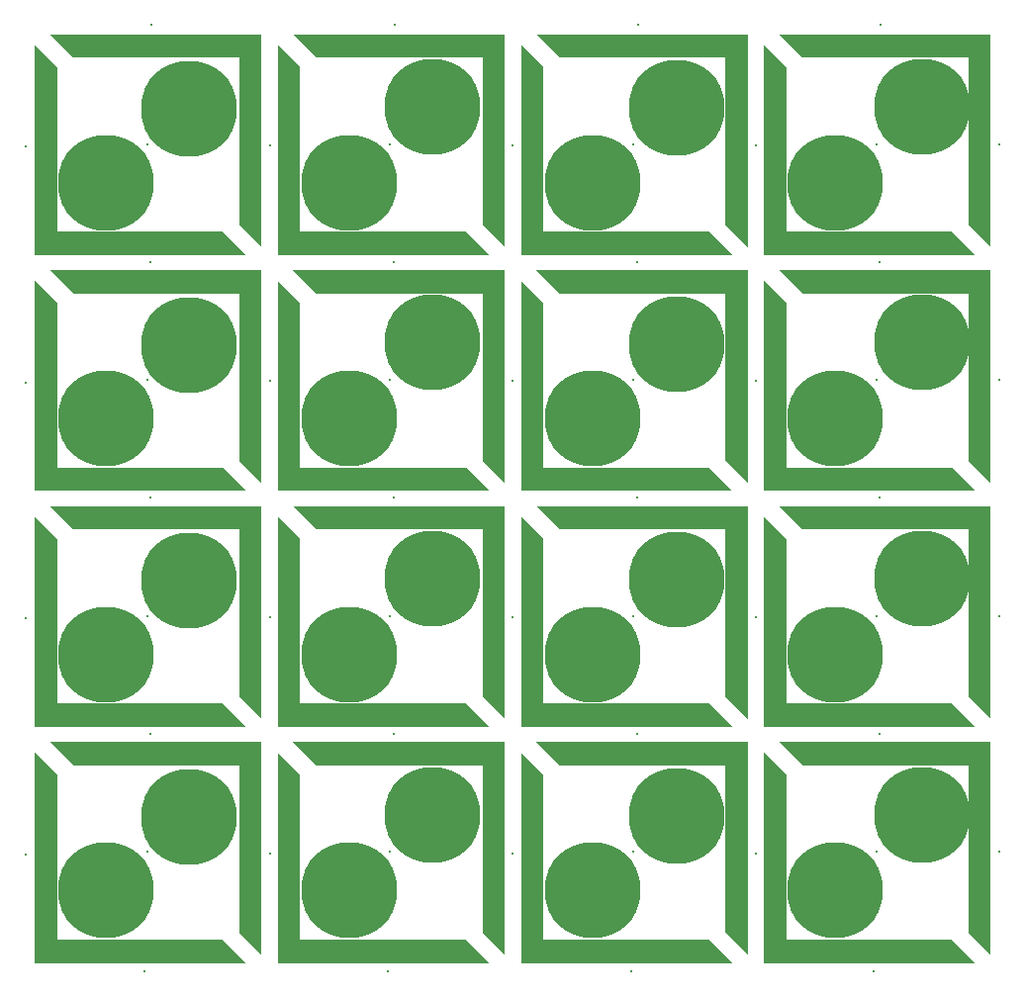
<source format=gts>
G04*
G04 #@! TF.GenerationSoftware,Altium Limited,Altium Designer,19.1.8 (144)*
G04*
G04 Layer_Color=8388736*
%FSLAX25Y25*%
%MOIN*%
G70*
G01*
G75*
%ADD10C,0.00800*%
%ADD11C,0.32296*%
G36*
X141339Y203543D02*
Y148031D01*
X197244Y148031D01*
X205118Y140157D01*
X133858Y140157D01*
X133858Y148031D01*
X133858D01*
Y211024D01*
X141339Y203543D01*
D02*
G37*
G36*
X210236Y206693D02*
X210236D01*
Y142913D01*
X202756Y150394D01*
X202756Y206693D01*
X146850Y206693D01*
X138976Y214567D01*
X210236Y214567D01*
X210236Y206693D01*
D02*
G37*
G36*
X141339Y283071D02*
Y227559D01*
X197244Y227559D01*
X205118Y219685D01*
X133858Y219685D01*
X133858Y227559D01*
X133858D01*
Y290551D01*
X141339Y283071D01*
D02*
G37*
G36*
X210236Y286221D02*
X210236D01*
Y222441D01*
X202756Y229921D01*
X202756Y286221D01*
X146850Y286221D01*
X138976Y294094D01*
X210236Y294094D01*
X210236Y286221D01*
D02*
G37*
G36*
X223228Y203543D02*
Y148031D01*
X279134Y148031D01*
X287008Y140157D01*
X215748Y140157D01*
X215748Y148031D01*
X215748D01*
Y211024D01*
X223228Y203543D01*
D02*
G37*
G36*
X292126Y206693D02*
X292126D01*
Y142913D01*
X284646Y150394D01*
X284646Y206693D01*
X228740Y206693D01*
X220866Y214567D01*
X292126Y214567D01*
X292126Y206693D01*
D02*
G37*
G36*
X223228Y283071D02*
Y227559D01*
X279134Y227559D01*
X287008Y219685D01*
X215748Y219685D01*
X215748Y227559D01*
X215748D01*
Y290551D01*
X223228Y283071D01*
D02*
G37*
G36*
X292126Y286221D02*
X292126D01*
Y222441D01*
X284646Y229921D01*
X284646Y286221D01*
X228740Y286221D01*
X220866Y294094D01*
X292126Y294094D01*
X292126Y286221D01*
D02*
G37*
G36*
X141339Y362598D02*
Y307087D01*
X197244Y307087D01*
X205118Y299213D01*
X133858Y299213D01*
X133858Y307087D01*
X133858D01*
Y370079D01*
X141339Y362598D01*
D02*
G37*
G36*
X210236Y365748D02*
X210236D01*
Y301969D01*
X202756Y309449D01*
X202756Y365748D01*
X146850Y365748D01*
X138976Y373622D01*
X210236Y373622D01*
X210236Y365748D01*
D02*
G37*
G36*
X141339Y442126D02*
Y386614D01*
X197244Y386614D01*
X205118Y378740D01*
X133858Y378740D01*
X133858Y386614D01*
X133858D01*
Y449606D01*
X141339Y442126D01*
D02*
G37*
G36*
X210236Y445276D02*
X210236D01*
Y381496D01*
X202756Y388976D01*
X202756Y445276D01*
X146850Y445276D01*
X138976Y453150D01*
X210236Y453150D01*
X210236Y445276D01*
D02*
G37*
G36*
X223228Y362598D02*
Y307087D01*
X279134Y307087D01*
X287008Y299213D01*
X215748Y299213D01*
X215748Y307087D01*
X215748D01*
Y370079D01*
X223228Y362598D01*
D02*
G37*
G36*
X292126Y365748D02*
X292126D01*
Y301969D01*
X284646Y309449D01*
X284646Y365748D01*
X228740Y365748D01*
X220866Y373622D01*
X292126Y373622D01*
X292126Y365748D01*
D02*
G37*
G36*
X223228Y442126D02*
Y386614D01*
X279134Y386614D01*
X287008Y378740D01*
X215748Y378740D01*
X215748Y386614D01*
X215748D01*
Y449606D01*
X223228Y442126D01*
D02*
G37*
G36*
X292126Y445276D02*
X292126D01*
Y381496D01*
X284646Y388976D01*
X284646Y445276D01*
X228740Y445276D01*
X220866Y453150D01*
X292126Y453150D01*
X292126Y445276D01*
D02*
G37*
G36*
X305118Y203543D02*
Y148031D01*
X361024Y148031D01*
X368898Y140157D01*
X297638Y140157D01*
X297638Y148031D01*
X297638D01*
Y211024D01*
X305118Y203543D01*
D02*
G37*
G36*
X374016Y206693D02*
X374016D01*
Y142913D01*
X366535Y150394D01*
X366535Y206693D01*
X310630Y206693D01*
X302756Y214567D01*
X374016Y214567D01*
X374016Y206693D01*
D02*
G37*
G36*
X305118Y283071D02*
Y227559D01*
X361024Y227559D01*
X368898Y219685D01*
X297638Y219685D01*
X297638Y227559D01*
X297638D01*
Y290551D01*
X305118Y283071D01*
D02*
G37*
G36*
X374016Y286221D02*
X374016D01*
Y222441D01*
X366535Y229921D01*
X366535Y286221D01*
X310630Y286221D01*
X302756Y294094D01*
X374016Y294094D01*
X374016Y286221D01*
D02*
G37*
G36*
X387008Y203543D02*
Y148031D01*
X442913Y148031D01*
X450787Y140157D01*
X379528Y140157D01*
X379528Y148031D01*
X379528D01*
Y211024D01*
X387008Y203543D01*
D02*
G37*
G36*
X455906Y206693D02*
X455905D01*
Y142913D01*
X448425Y150394D01*
X448425Y206693D01*
X392520Y206693D01*
X384646Y214567D01*
X455905Y214567D01*
X455906Y206693D01*
D02*
G37*
G36*
X387008Y283071D02*
Y227559D01*
X442913Y227559D01*
X450787Y219685D01*
X379528Y219685D01*
X379528Y227559D01*
X379528D01*
Y290551D01*
X387008Y283071D01*
D02*
G37*
G36*
X455906Y286221D02*
X455905D01*
Y222441D01*
X448425Y229921D01*
X448425Y286221D01*
X392520Y286221D01*
X384646Y294094D01*
X455905Y294094D01*
X455906Y286221D01*
D02*
G37*
G36*
X305118Y362598D02*
Y307087D01*
X361024Y307087D01*
X368898Y299213D01*
X297638Y299213D01*
X297638Y307087D01*
X297638D01*
Y370079D01*
X305118Y362598D01*
D02*
G37*
G36*
X374016Y365748D02*
X374016D01*
Y301969D01*
X366535Y309449D01*
X366535Y365748D01*
X310630Y365748D01*
X302756Y373622D01*
X374016Y373622D01*
X374016Y365748D01*
D02*
G37*
G36*
X305118Y442126D02*
Y386614D01*
X361024Y386614D01*
X368898Y378740D01*
X297638Y378740D01*
X297638Y386614D01*
X297638D01*
Y449606D01*
X305118Y442126D01*
D02*
G37*
G36*
X374016Y445276D02*
X374016D01*
Y381496D01*
X366535Y388976D01*
X366535Y445276D01*
X310630Y445276D01*
X302756Y453150D01*
X374016Y453150D01*
X374016Y445276D01*
D02*
G37*
G36*
X387008Y362598D02*
Y307087D01*
X442913Y307087D01*
X450787Y299213D01*
X379528Y299213D01*
X379528Y307087D01*
X379528D01*
Y370079D01*
X387008Y362598D01*
D02*
G37*
G36*
X455906Y365748D02*
X455905D01*
Y301969D01*
X448425Y309449D01*
X448425Y365748D01*
X392520Y365748D01*
X384646Y373622D01*
X455905Y373622D01*
X455906Y365748D01*
D02*
G37*
G36*
X387008Y442126D02*
Y386614D01*
X442913Y386614D01*
X450787Y378740D01*
X379528Y378740D01*
X379528Y386614D01*
X379528D01*
Y449606D01*
X387008Y442126D01*
D02*
G37*
G36*
X455906Y445276D02*
X455905D01*
Y381496D01*
X448425Y388976D01*
X448425Y445276D01*
X392520Y445276D01*
X384646Y453150D01*
X455905Y453150D01*
X455906Y445276D01*
D02*
G37*
D10*
X416536Y137402D02*
D03*
X334646D02*
D03*
X252756D02*
D03*
X170866D02*
D03*
X418898Y456299D02*
D03*
X337008D02*
D03*
X255118D02*
D03*
X173228D02*
D03*
X130709Y176772D02*
D03*
Y256299D02*
D03*
Y335827D02*
D03*
Y415354D02*
D03*
X458661Y177559D02*
D03*
Y257087D02*
D03*
Y336614D02*
D03*
Y416142D02*
D03*
X212992Y415748D02*
D03*
X171654Y416142D02*
D03*
X294882Y415748D02*
D03*
X253543Y416142D02*
D03*
X376772Y415748D02*
D03*
X335433Y416142D02*
D03*
X417323D02*
D03*
X172835Y376378D02*
D03*
X212992Y336221D02*
D03*
X171654Y336614D02*
D03*
X254724Y376378D02*
D03*
X294882Y336221D02*
D03*
X253543Y336614D02*
D03*
X336614Y376378D02*
D03*
X376772Y336221D02*
D03*
X335433Y336614D02*
D03*
X418504Y376378D02*
D03*
X417323Y336614D02*
D03*
X172835Y296850D02*
D03*
X212992Y256693D02*
D03*
X171654Y257087D02*
D03*
X254724Y296850D02*
D03*
X294882Y256693D02*
D03*
X253543Y257087D02*
D03*
X336614Y296850D02*
D03*
X376772Y256693D02*
D03*
X335433Y257087D02*
D03*
X418504Y296850D02*
D03*
X417323Y257087D02*
D03*
X172835Y217323D02*
D03*
X212992Y177165D02*
D03*
X171654Y177559D02*
D03*
X254724Y217323D02*
D03*
X294882Y177165D02*
D03*
X253543Y177559D02*
D03*
X336614Y217323D02*
D03*
X376772Y177165D02*
D03*
X335433Y177559D02*
D03*
X418504Y217323D02*
D03*
X417323Y177559D02*
D03*
D11*
X185827Y427953D02*
D03*
X157874Y403150D02*
D03*
X267717Y428740D02*
D03*
X239764Y403150D02*
D03*
X350000Y428346D02*
D03*
X321654Y403150D02*
D03*
X432677Y428740D02*
D03*
X403543Y403150D02*
D03*
X185827Y348425D02*
D03*
X157874Y323622D02*
D03*
X267717Y349213D02*
D03*
X239764Y323622D02*
D03*
X350000Y348819D02*
D03*
X321654Y323622D02*
D03*
X432677Y349213D02*
D03*
X403543Y323622D02*
D03*
X185827Y268898D02*
D03*
X157874Y244094D02*
D03*
X267717Y269685D02*
D03*
X239764Y244094D02*
D03*
X350000Y269291D02*
D03*
X321654Y244094D02*
D03*
X432677Y269685D02*
D03*
X403543Y244094D02*
D03*
X185827Y189370D02*
D03*
X157874Y164567D02*
D03*
X267717Y190157D02*
D03*
X239764Y164567D02*
D03*
X350000Y189764D02*
D03*
X321654Y164567D02*
D03*
X432677Y190157D02*
D03*
X403543Y164567D02*
D03*
M02*

</source>
